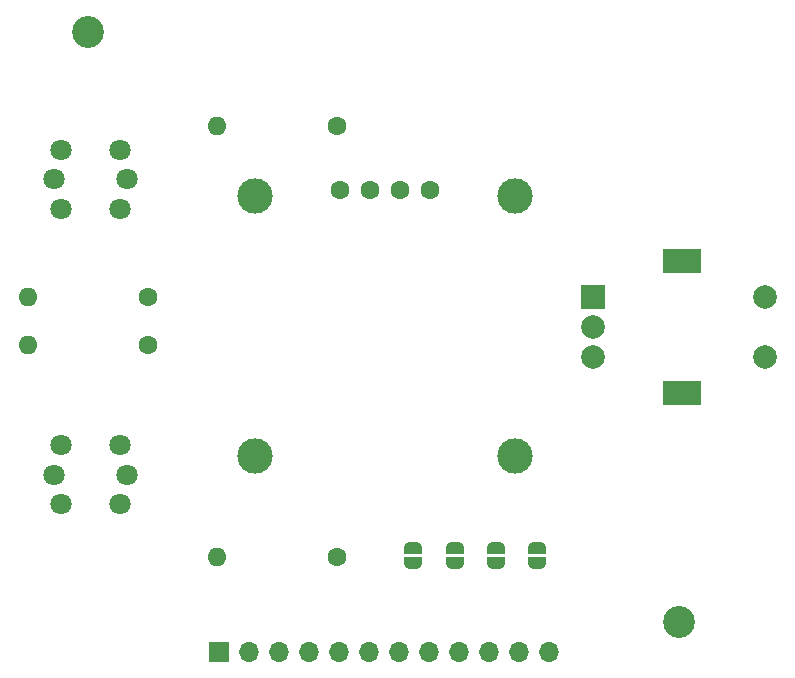
<source format=gbs>
G04 #@! TF.GenerationSoftware,KiCad,Pcbnew,(7.0.0)*
G04 #@! TF.CreationDate,2023-02-26T23:15:00-06:00*
G04 #@! TF.ProjectId,KosmoClockUI,4b6f736d-6f43-46c6-9f63-6b55492e6b69,rev?*
G04 #@! TF.SameCoordinates,Original*
G04 #@! TF.FileFunction,Soldermask,Bot*
G04 #@! TF.FilePolarity,Negative*
%FSLAX46Y46*%
G04 Gerber Fmt 4.6, Leading zero omitted, Abs format (unit mm)*
G04 Created by KiCad (PCBNEW (7.0.0)) date 2023-02-26 23:15:00*
%MOMM*%
%LPD*%
G01*
G04 APERTURE LIST*
G04 Aperture macros list*
%AMFreePoly0*
4,1,19,0.500000,-0.750000,0.000000,-0.750000,0.000000,-0.744911,-0.071157,-0.744911,-0.207708,-0.704816,-0.327430,-0.627875,-0.420627,-0.520320,-0.479746,-0.390866,-0.500000,-0.250000,-0.500000,0.250000,-0.479746,0.390866,-0.420627,0.520320,-0.327430,0.627875,-0.207708,0.704816,-0.071157,0.744911,0.000000,0.744911,0.000000,0.750000,0.500000,0.750000,0.500000,-0.750000,0.500000,-0.750000,
$1*%
%AMFreePoly1*
4,1,19,0.000000,0.744911,0.071157,0.744911,0.207708,0.704816,0.327430,0.627875,0.420627,0.520320,0.479746,0.390866,0.500000,0.250000,0.500000,-0.250000,0.479746,-0.390866,0.420627,-0.520320,0.327430,-0.627875,0.207708,-0.704816,0.071157,-0.744911,0.000000,-0.744911,0.000000,-0.750000,-0.500000,-0.750000,-0.500000,0.750000,0.000000,0.750000,0.000000,0.744911,0.000000,0.744911,
$1*%
G04 Aperture macros list end*
%ADD10C,2.700000*%
%ADD11C,3.000000*%
%ADD12C,1.600000*%
%ADD13C,1.800000*%
%ADD14R,2.000000X2.000000*%
%ADD15C,2.000000*%
%ADD16R,3.200000X2.000000*%
%ADD17FreePoly0,90.000000*%
%ADD18FreePoly1,90.000000*%
%ADD19FreePoly0,270.000000*%
%ADD20FreePoly1,270.000000*%
%ADD21O,1.600000X1.600000*%
%ADD22R,1.700000X1.700000*%
%ADD23O,1.700000X1.700000*%
G04 APERTURE END LIST*
D10*
X212500000Y-25000000D03*
D11*
X226595000Y-38905000D03*
X226595000Y-60905000D03*
X248595000Y-38905000D03*
X248595000Y-60905000D03*
D12*
X233785000Y-38405000D03*
X236325000Y-38405000D03*
X238865000Y-38405000D03*
X241405000Y-38405000D03*
D13*
X210200000Y-35000000D03*
X215200000Y-35000000D03*
X210200000Y-40000000D03*
X215200000Y-40000000D03*
X209600000Y-37500000D03*
X215800000Y-37500000D03*
D14*
X255249999Y-47499999D03*
D15*
X255250000Y-52500000D03*
X255250000Y-50000000D03*
D16*
X262749999Y-44399999D03*
X262749999Y-55599999D03*
D15*
X269750000Y-52500000D03*
X269750000Y-47500000D03*
D10*
X262500000Y-75000000D03*
D13*
X210200000Y-60000000D03*
X215200000Y-60000000D03*
X210200000Y-65000000D03*
X215200000Y-65000000D03*
X209600000Y-62500000D03*
X215800000Y-62500000D03*
D17*
X240000000Y-70000000D03*
D18*
X240000000Y-68700000D03*
D19*
X250500000Y-68700000D03*
D20*
X250500000Y-70000000D03*
D12*
X233580000Y-69500000D03*
D21*
X223419999Y-69499999D03*
D12*
X217580000Y-51500000D03*
D21*
X207419999Y-51499999D03*
D17*
X247000000Y-70000000D03*
D18*
X247000000Y-68700000D03*
D19*
X243500000Y-68700000D03*
D20*
X243500000Y-70000000D03*
D12*
X217580000Y-47500000D03*
D21*
X207419999Y-47499999D03*
D22*
X223524999Y-77499999D03*
D23*
X226064999Y-77499999D03*
X228604999Y-77499999D03*
X231144999Y-77499999D03*
X233684999Y-77499999D03*
X236224999Y-77499999D03*
X238764999Y-77499999D03*
X241304999Y-77499999D03*
X243844999Y-77499999D03*
X246384999Y-77499999D03*
X248924999Y-77499999D03*
X251464999Y-77499999D03*
D12*
X233580000Y-33000000D03*
D21*
X223419999Y-32999999D03*
M02*

</source>
